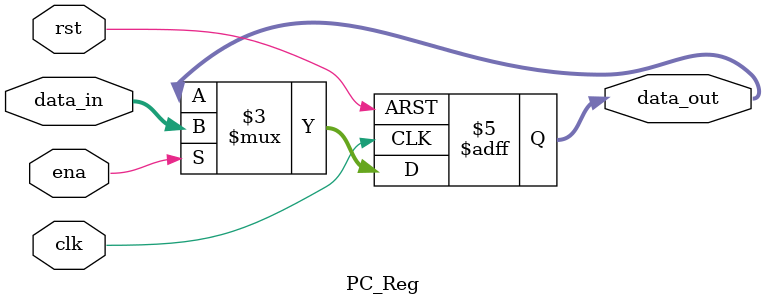
<source format=v>
`timescale 1ns / 1ps


module PC_Reg #(parameter startAddress = 32'h00400000)
(
input clk,rst,ena,
input [31:0]data_in,
output reg [31:0] data_out
);

always@(posedge clk or posedge rst )
begin
if (rst)
data_out <= startAddress;
else if (ena)
data_out <= data_in;
else
data_out <= data_out;
end

endmodule

</source>
